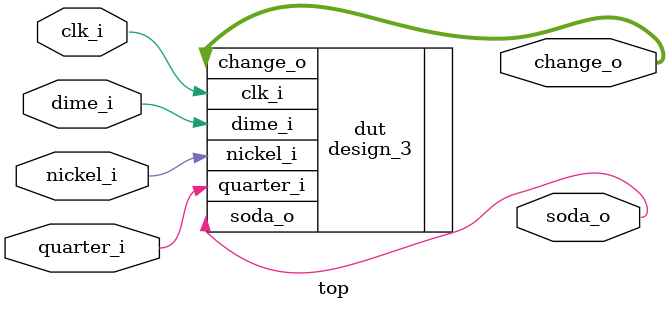
<source format=sv>
module top (
	input logic clk_i,
	input logic nickel_i,
	input logic dime_i,
	input logic quarter_i,
	output logic soda_o,
	output logic [2:0] change_o );
design_3 dut (
    .clk_i    (clk_i ),
    .nickel_i (nickel_i ),
    .dime_i   (dime_i   ),
    .quarter_i(quarter_i),
    .soda_o   (soda_o),
    .change_o (change_o)
);
endmodule:top

</source>
